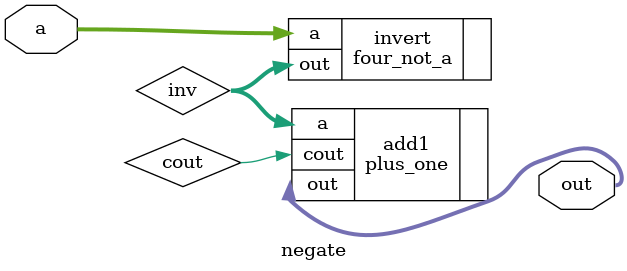
<source format=v>
`timescale 1ns / 1ps


module negate(
    input [3:0] a,
    output [3:0] out
    );
    
    //holds intermediate value
    wire [3:0] inv;
    wire cout;
    //inverts a
    four_not_a invert (.a(a), .out(inv));
    //adds one and outputs two's comp
    plus_one add1 (.a(inv), .cout(cout), .out(out));
    
endmodule

</source>
